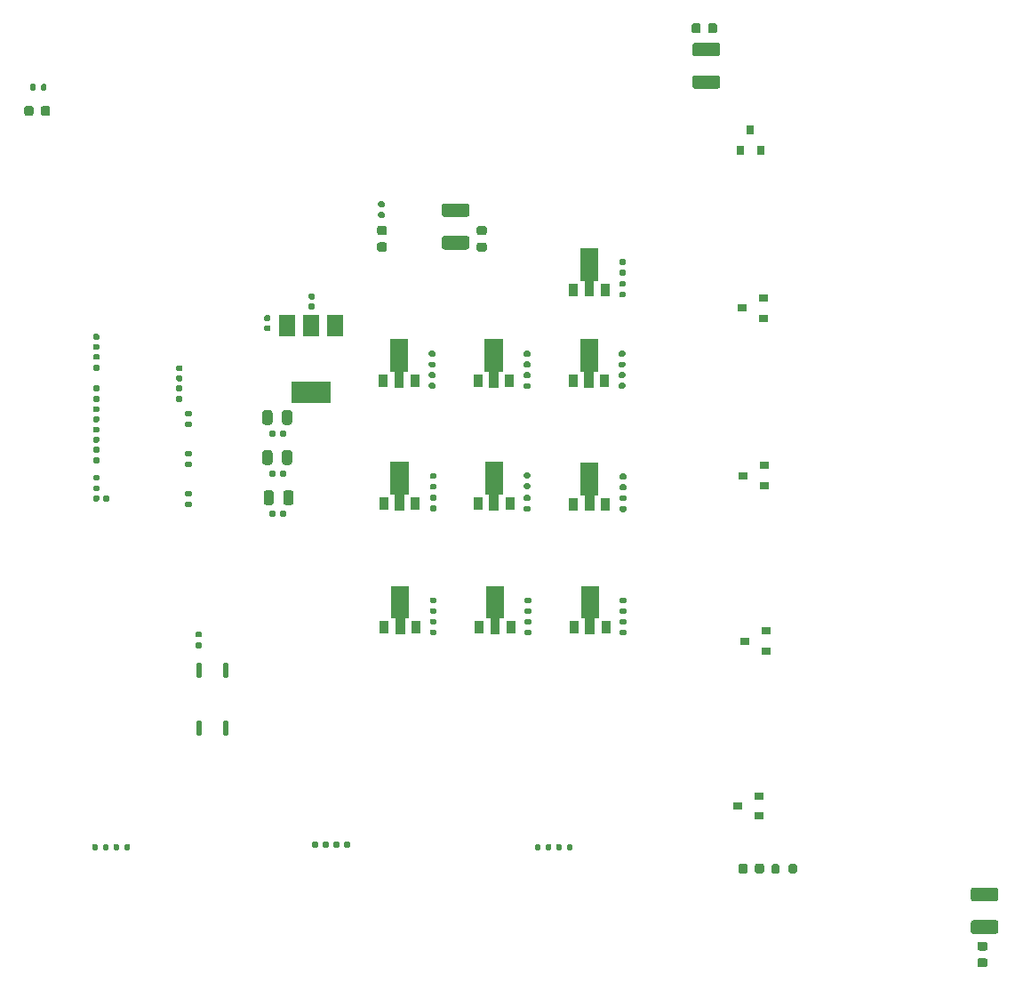
<source format=gbr>
%TF.GenerationSoftware,KiCad,Pcbnew,(5.1.10)-1*%
%TF.CreationDate,2021-08-20T00:09:58-04:00*%
%TF.ProjectId,Back_F407_expansion_board,4261636b-5f46-4343-9037-5f657870616e,rev?*%
%TF.SameCoordinates,Original*%
%TF.FileFunction,Paste,Top*%
%TF.FilePolarity,Positive*%
%FSLAX46Y46*%
G04 Gerber Fmt 4.6, Leading zero omitted, Abs format (unit mm)*
G04 Created by KiCad (PCBNEW (5.1.10)-1) date 2021-08-20 00:09:58*
%MOMM*%
%LPD*%
G01*
G04 APERTURE LIST*
%ADD10C,0.100000*%
%ADD11R,0.900000X1.300000*%
%ADD12R,1.500000X2.000000*%
%ADD13R,3.800000X2.000000*%
%ADD14R,0.900000X0.800000*%
%ADD15R,0.800000X0.900000*%
G04 APERTURE END LIST*
%TO.C,U15*%
G36*
G01*
X97017500Y-100710800D02*
X97292500Y-100710800D01*
G75*
G02*
X97430000Y-100848300I0J-137500D01*
G01*
X97430000Y-102023300D01*
G75*
G02*
X97292500Y-102160800I-137500J0D01*
G01*
X97017500Y-102160800D01*
G75*
G02*
X96880000Y-102023300I0J137500D01*
G01*
X96880000Y-100848300D01*
G75*
G02*
X97017500Y-100710800I137500J0D01*
G01*
G37*
G36*
G01*
X94477500Y-100710800D02*
X94752500Y-100710800D01*
G75*
G02*
X94890000Y-100848300I0J-137500D01*
G01*
X94890000Y-102023300D01*
G75*
G02*
X94752500Y-102160800I-137500J0D01*
G01*
X94477500Y-102160800D01*
G75*
G02*
X94340000Y-102023300I0J137500D01*
G01*
X94340000Y-100848300D01*
G75*
G02*
X94477500Y-100710800I137500J0D01*
G01*
G37*
G36*
G01*
X94477500Y-95210800D02*
X94752500Y-95210800D01*
G75*
G02*
X94890000Y-95348300I0J-137500D01*
G01*
X94890000Y-96523300D01*
G75*
G02*
X94752500Y-96660800I-137500J0D01*
G01*
X94477500Y-96660800D01*
G75*
G02*
X94340000Y-96523300I0J137500D01*
G01*
X94340000Y-95348300D01*
G75*
G02*
X94477500Y-95210800I137500J0D01*
G01*
G37*
G36*
G01*
X97017500Y-95210800D02*
X97292500Y-95210800D01*
G75*
G02*
X97430000Y-95348300I0J-137500D01*
G01*
X97430000Y-96523300D01*
G75*
G02*
X97292500Y-96660800I-137500J0D01*
G01*
X97017500Y-96660800D01*
G75*
G02*
X96880000Y-96523300I0J137500D01*
G01*
X96880000Y-95348300D01*
G75*
G02*
X97017500Y-95210800I137500J0D01*
G01*
G37*
%TD*%
%TO.C,R58*%
G36*
G01*
X141850800Y-39304200D02*
X144000800Y-39304200D01*
G75*
G02*
X144250800Y-39554200I0J-250000D01*
G01*
X144250800Y-40354200D01*
G75*
G02*
X144000800Y-40604200I-250000J0D01*
G01*
X141850800Y-40604200D01*
G75*
G02*
X141600800Y-40354200I0J250000D01*
G01*
X141600800Y-39554200D01*
G75*
G02*
X141850800Y-39304200I250000J0D01*
G01*
G37*
G36*
G01*
X141850800Y-36204200D02*
X144000800Y-36204200D01*
G75*
G02*
X144250800Y-36454200I0J-250000D01*
G01*
X144250800Y-37254200D01*
G75*
G02*
X144000800Y-37504200I-250000J0D01*
G01*
X141850800Y-37504200D01*
G75*
G02*
X141600800Y-37254200I0J250000D01*
G01*
X141600800Y-36454200D01*
G75*
G02*
X141850800Y-36204200I250000J0D01*
G01*
G37*
%TD*%
%TO.C,R56*%
G36*
G01*
X120124800Y-52795000D02*
X117974800Y-52795000D01*
G75*
G02*
X117724800Y-52545000I0J250000D01*
G01*
X117724800Y-51745000D01*
G75*
G02*
X117974800Y-51495000I250000J0D01*
G01*
X120124800Y-51495000D01*
G75*
G02*
X120374800Y-51745000I0J-250000D01*
G01*
X120374800Y-52545000D01*
G75*
G02*
X120124800Y-52795000I-250000J0D01*
G01*
G37*
G36*
G01*
X120124800Y-55895000D02*
X117974800Y-55895000D01*
G75*
G02*
X117724800Y-55645000I0J250000D01*
G01*
X117724800Y-54845000D01*
G75*
G02*
X117974800Y-54595000I250000J0D01*
G01*
X120124800Y-54595000D01*
G75*
G02*
X120374800Y-54845000I0J-250000D01*
G01*
X120374800Y-55645000D01*
G75*
G02*
X120124800Y-55895000I-250000J0D01*
G01*
G37*
%TD*%
%TO.C,R50*%
G36*
G01*
X150779800Y-115108400D02*
X150779800Y-114558400D01*
G75*
G02*
X150979800Y-114358400I200000J0D01*
G01*
X151379800Y-114358400D01*
G75*
G02*
X151579800Y-114558400I0J-200000D01*
G01*
X151579800Y-115108400D01*
G75*
G02*
X151379800Y-115308400I-200000J0D01*
G01*
X150979800Y-115308400D01*
G75*
G02*
X150779800Y-115108400I0J200000D01*
G01*
G37*
G36*
G01*
X149129800Y-115108400D02*
X149129800Y-114558400D01*
G75*
G02*
X149329800Y-114358400I200000J0D01*
G01*
X149729800Y-114358400D01*
G75*
G02*
X149929800Y-114558400I0J-200000D01*
G01*
X149929800Y-115108400D01*
G75*
G02*
X149729800Y-115308400I-200000J0D01*
G01*
X149329800Y-115308400D01*
G75*
G02*
X149129800Y-115108400I0J200000D01*
G01*
G37*
%TD*%
%TO.C,R48*%
G36*
G01*
X170518400Y-117921800D02*
X168368400Y-117921800D01*
G75*
G02*
X168118400Y-117671800I0J250000D01*
G01*
X168118400Y-116871800D01*
G75*
G02*
X168368400Y-116621800I250000J0D01*
G01*
X170518400Y-116621800D01*
G75*
G02*
X170768400Y-116871800I0J-250000D01*
G01*
X170768400Y-117671800D01*
G75*
G02*
X170518400Y-117921800I-250000J0D01*
G01*
G37*
G36*
G01*
X170518400Y-121021800D02*
X168368400Y-121021800D01*
G75*
G02*
X168118400Y-120771800I0J250000D01*
G01*
X168118400Y-119971800D01*
G75*
G02*
X168368400Y-119721800I250000J0D01*
G01*
X170518400Y-119721800D01*
G75*
G02*
X170768400Y-119971800I0J-250000D01*
G01*
X170768400Y-120771800D01*
G75*
G02*
X170518400Y-121021800I-250000J0D01*
G01*
G37*
%TD*%
%TO.C,D20*%
G36*
G01*
X142398100Y-34567150D02*
X142398100Y-35079650D01*
G75*
G02*
X142179350Y-35298400I-218750J0D01*
G01*
X141741850Y-35298400D01*
G75*
G02*
X141523100Y-35079650I0J218750D01*
G01*
X141523100Y-34567150D01*
G75*
G02*
X141741850Y-34348400I218750J0D01*
G01*
X142179350Y-34348400D01*
G75*
G02*
X142398100Y-34567150I0J-218750D01*
G01*
G37*
G36*
G01*
X143973100Y-34567150D02*
X143973100Y-35079650D01*
G75*
G02*
X143754350Y-35298400I-218750J0D01*
G01*
X143316850Y-35298400D01*
G75*
G02*
X143098100Y-35079650I0J218750D01*
G01*
X143098100Y-34567150D01*
G75*
G02*
X143316850Y-34348400I218750J0D01*
G01*
X143754350Y-34348400D01*
G75*
G02*
X143973100Y-34567150I0J-218750D01*
G01*
G37*
%TD*%
%TO.C,D18*%
G36*
G01*
X121282750Y-55216300D02*
X121795250Y-55216300D01*
G75*
G02*
X122014000Y-55435050I0J-218750D01*
G01*
X122014000Y-55872550D01*
G75*
G02*
X121795250Y-56091300I-218750J0D01*
G01*
X121282750Y-56091300D01*
G75*
G02*
X121064000Y-55872550I0J218750D01*
G01*
X121064000Y-55435050D01*
G75*
G02*
X121282750Y-55216300I218750J0D01*
G01*
G37*
G36*
G01*
X121282750Y-53641300D02*
X121795250Y-53641300D01*
G75*
G02*
X122014000Y-53860050I0J-218750D01*
G01*
X122014000Y-54297550D01*
G75*
G02*
X121795250Y-54516300I-218750J0D01*
G01*
X121282750Y-54516300D01*
G75*
G02*
X121064000Y-54297550I0J218750D01*
G01*
X121064000Y-53860050D01*
G75*
G02*
X121282750Y-53641300I218750J0D01*
G01*
G37*
%TD*%
%TO.C,D16*%
G36*
G01*
X111783150Y-55211700D02*
X112295650Y-55211700D01*
G75*
G02*
X112514400Y-55430450I0J-218750D01*
G01*
X112514400Y-55867950D01*
G75*
G02*
X112295650Y-56086700I-218750J0D01*
G01*
X111783150Y-56086700D01*
G75*
G02*
X111564400Y-55867950I0J218750D01*
G01*
X111564400Y-55430450D01*
G75*
G02*
X111783150Y-55211700I218750J0D01*
G01*
G37*
G36*
G01*
X111783150Y-53636700D02*
X112295650Y-53636700D01*
G75*
G02*
X112514400Y-53855450I0J-218750D01*
G01*
X112514400Y-54292950D01*
G75*
G02*
X112295650Y-54511700I-218750J0D01*
G01*
X111783150Y-54511700D01*
G75*
G02*
X111564400Y-54292950I0J218750D01*
G01*
X111564400Y-53855450D01*
G75*
G02*
X111783150Y-53636700I218750J0D01*
G01*
G37*
%TD*%
%TO.C,D14*%
G36*
G01*
X79544900Y-42953650D02*
X79544900Y-42441150D01*
G75*
G02*
X79763650Y-42222400I218750J0D01*
G01*
X80201150Y-42222400D01*
G75*
G02*
X80419900Y-42441150I0J-218750D01*
G01*
X80419900Y-42953650D01*
G75*
G02*
X80201150Y-43172400I-218750J0D01*
G01*
X79763650Y-43172400D01*
G75*
G02*
X79544900Y-42953650I0J218750D01*
G01*
G37*
G36*
G01*
X77969900Y-42953650D02*
X77969900Y-42441150D01*
G75*
G02*
X78188650Y-42222400I218750J0D01*
G01*
X78626150Y-42222400D01*
G75*
G02*
X78844900Y-42441150I0J-218750D01*
G01*
X78844900Y-42953650D01*
G75*
G02*
X78626150Y-43172400I-218750J0D01*
G01*
X78188650Y-43172400D01*
G75*
G02*
X77969900Y-42953650I0J218750D01*
G01*
G37*
%TD*%
%TO.C,D12*%
G36*
G01*
X146868300Y-114551750D02*
X146868300Y-115064250D01*
G75*
G02*
X146649550Y-115283000I-218750J0D01*
G01*
X146212050Y-115283000D01*
G75*
G02*
X145993300Y-115064250I0J218750D01*
G01*
X145993300Y-114551750D01*
G75*
G02*
X146212050Y-114333000I218750J0D01*
G01*
X146649550Y-114333000D01*
G75*
G02*
X146868300Y-114551750I0J-218750D01*
G01*
G37*
G36*
G01*
X148443300Y-114551750D02*
X148443300Y-115064250D01*
G75*
G02*
X148224550Y-115283000I-218750J0D01*
G01*
X147787050Y-115283000D01*
G75*
G02*
X147568300Y-115064250I0J218750D01*
G01*
X147568300Y-114551750D01*
G75*
G02*
X147787050Y-114333000I218750J0D01*
G01*
X148224550Y-114333000D01*
G75*
G02*
X148443300Y-114551750I0J-218750D01*
G01*
G37*
%TD*%
%TO.C,D10*%
G36*
G01*
X168983950Y-123336900D02*
X169496450Y-123336900D01*
G75*
G02*
X169715200Y-123555650I0J-218750D01*
G01*
X169715200Y-123993150D01*
G75*
G02*
X169496450Y-124211900I-218750J0D01*
G01*
X168983950Y-124211900D01*
G75*
G02*
X168765200Y-123993150I0J218750D01*
G01*
X168765200Y-123555650D01*
G75*
G02*
X168983950Y-123336900I218750J0D01*
G01*
G37*
G36*
G01*
X168983950Y-121761900D02*
X169496450Y-121761900D01*
G75*
G02*
X169715200Y-121980650I0J-218750D01*
G01*
X169715200Y-122418150D01*
G75*
G02*
X169496450Y-122636900I-218750J0D01*
G01*
X168983950Y-122636900D01*
G75*
G02*
X168765200Y-122418150I0J218750D01*
G01*
X168765200Y-121980650D01*
G75*
G02*
X168983950Y-121761900I218750J0D01*
G01*
G37*
%TD*%
%TO.C,C12*%
G36*
G01*
X105503800Y-60633000D02*
X105163800Y-60633000D01*
G75*
G02*
X105023800Y-60493000I0J140000D01*
G01*
X105023800Y-60213000D01*
G75*
G02*
X105163800Y-60073000I140000J0D01*
G01*
X105503800Y-60073000D01*
G75*
G02*
X105643800Y-60213000I0J-140000D01*
G01*
X105643800Y-60493000D01*
G75*
G02*
X105503800Y-60633000I-140000J0D01*
G01*
G37*
G36*
G01*
X105503800Y-61593000D02*
X105163800Y-61593000D01*
G75*
G02*
X105023800Y-61453000I0J140000D01*
G01*
X105023800Y-61173000D01*
G75*
G02*
X105163800Y-61033000I140000J0D01*
G01*
X105503800Y-61033000D01*
G75*
G02*
X105643800Y-61173000I0J-140000D01*
G01*
X105643800Y-61453000D01*
G75*
G02*
X105503800Y-61593000I-140000J0D01*
G01*
G37*
%TD*%
%TO.C,C11*%
G36*
G01*
X100947400Y-63093000D02*
X101287400Y-63093000D01*
G75*
G02*
X101427400Y-63233000I0J-140000D01*
G01*
X101427400Y-63513000D01*
G75*
G02*
X101287400Y-63653000I-140000J0D01*
G01*
X100947400Y-63653000D01*
G75*
G02*
X100807400Y-63513000I0J140000D01*
G01*
X100807400Y-63233000D01*
G75*
G02*
X100947400Y-63093000I140000J0D01*
G01*
G37*
G36*
G01*
X100947400Y-62133000D02*
X101287400Y-62133000D01*
G75*
G02*
X101427400Y-62273000I0J-140000D01*
G01*
X101427400Y-62553000D01*
G75*
G02*
X101287400Y-62693000I-140000J0D01*
G01*
X100947400Y-62693000D01*
G75*
G02*
X100807400Y-62553000I0J140000D01*
G01*
X100807400Y-62273000D01*
G75*
G02*
X100947400Y-62133000I140000J0D01*
G01*
G37*
%TD*%
%TO.C,C10*%
G36*
G01*
X92565400Y-67868200D02*
X92905400Y-67868200D01*
G75*
G02*
X93045400Y-68008200I0J-140000D01*
G01*
X93045400Y-68288200D01*
G75*
G02*
X92905400Y-68428200I-140000J0D01*
G01*
X92565400Y-68428200D01*
G75*
G02*
X92425400Y-68288200I0J140000D01*
G01*
X92425400Y-68008200D01*
G75*
G02*
X92565400Y-67868200I140000J0D01*
G01*
G37*
G36*
G01*
X92565400Y-66908200D02*
X92905400Y-66908200D01*
G75*
G02*
X93045400Y-67048200I0J-140000D01*
G01*
X93045400Y-67328200D01*
G75*
G02*
X92905400Y-67468200I-140000J0D01*
G01*
X92565400Y-67468200D01*
G75*
G02*
X92425400Y-67328200I0J140000D01*
G01*
X92425400Y-67048200D01*
G75*
G02*
X92565400Y-66908200I140000J0D01*
G01*
G37*
%TD*%
%TO.C,C9*%
G36*
G01*
X84640600Y-64871000D02*
X84980600Y-64871000D01*
G75*
G02*
X85120600Y-65011000I0J-140000D01*
G01*
X85120600Y-65291000D01*
G75*
G02*
X84980600Y-65431000I-140000J0D01*
G01*
X84640600Y-65431000D01*
G75*
G02*
X84500600Y-65291000I0J140000D01*
G01*
X84500600Y-65011000D01*
G75*
G02*
X84640600Y-64871000I140000J0D01*
G01*
G37*
G36*
G01*
X84640600Y-63911000D02*
X84980600Y-63911000D01*
G75*
G02*
X85120600Y-64051000I0J-140000D01*
G01*
X85120600Y-64331000D01*
G75*
G02*
X84980600Y-64471000I-140000J0D01*
G01*
X84640600Y-64471000D01*
G75*
G02*
X84500600Y-64331000I0J140000D01*
G01*
X84500600Y-64051000D01*
G75*
G02*
X84640600Y-63911000I140000J0D01*
G01*
G37*
%TD*%
%TO.C,C8*%
G36*
G01*
X85090600Y-79408200D02*
X85090600Y-79748200D01*
G75*
G02*
X84950600Y-79888200I-140000J0D01*
G01*
X84670600Y-79888200D01*
G75*
G02*
X84530600Y-79748200I0J140000D01*
G01*
X84530600Y-79408200D01*
G75*
G02*
X84670600Y-79268200I140000J0D01*
G01*
X84950600Y-79268200D01*
G75*
G02*
X85090600Y-79408200I0J-140000D01*
G01*
G37*
G36*
G01*
X86050600Y-79408200D02*
X86050600Y-79748200D01*
G75*
G02*
X85910600Y-79888200I-140000J0D01*
G01*
X85630600Y-79888200D01*
G75*
G02*
X85490600Y-79748200I0J140000D01*
G01*
X85490600Y-79408200D01*
G75*
G02*
X85630600Y-79268200I140000J0D01*
G01*
X85910600Y-79268200D01*
G75*
G02*
X86050600Y-79408200I0J-140000D01*
G01*
G37*
%TD*%
%TO.C,C7*%
G36*
G01*
X84640600Y-73705000D02*
X84980600Y-73705000D01*
G75*
G02*
X85120600Y-73845000I0J-140000D01*
G01*
X85120600Y-74125000D01*
G75*
G02*
X84980600Y-74265000I-140000J0D01*
G01*
X84640600Y-74265000D01*
G75*
G02*
X84500600Y-74125000I0J140000D01*
G01*
X84500600Y-73845000D01*
G75*
G02*
X84640600Y-73705000I140000J0D01*
G01*
G37*
G36*
G01*
X84640600Y-72745000D02*
X84980600Y-72745000D01*
G75*
G02*
X85120600Y-72885000I0J-140000D01*
G01*
X85120600Y-73165000D01*
G75*
G02*
X84980600Y-73305000I-140000J0D01*
G01*
X84640600Y-73305000D01*
G75*
G02*
X84500600Y-73165000I0J140000D01*
G01*
X84500600Y-72885000D01*
G75*
G02*
X84640600Y-72745000I140000J0D01*
G01*
G37*
%TD*%
%TO.C,C6*%
G36*
G01*
X84980600Y-71374600D02*
X84640600Y-71374600D01*
G75*
G02*
X84500600Y-71234600I0J140000D01*
G01*
X84500600Y-70954600D01*
G75*
G02*
X84640600Y-70814600I140000J0D01*
G01*
X84980600Y-70814600D01*
G75*
G02*
X85120600Y-70954600I0J-140000D01*
G01*
X85120600Y-71234600D01*
G75*
G02*
X84980600Y-71374600I-140000J0D01*
G01*
G37*
G36*
G01*
X84980600Y-72334600D02*
X84640600Y-72334600D01*
G75*
G02*
X84500600Y-72194600I0J140000D01*
G01*
X84500600Y-71914600D01*
G75*
G02*
X84640600Y-71774600I140000J0D01*
G01*
X84980600Y-71774600D01*
G75*
G02*
X85120600Y-71914600I0J-140000D01*
G01*
X85120600Y-72194600D01*
G75*
G02*
X84980600Y-72334600I-140000J0D01*
G01*
G37*
%TD*%
%TO.C,R23*%
G36*
G01*
X94749200Y-92802200D02*
X94379200Y-92802200D01*
G75*
G02*
X94244200Y-92667200I0J135000D01*
G01*
X94244200Y-92397200D01*
G75*
G02*
X94379200Y-92262200I135000J0D01*
G01*
X94749200Y-92262200D01*
G75*
G02*
X94884200Y-92397200I0J-135000D01*
G01*
X94884200Y-92667200D01*
G75*
G02*
X94749200Y-92802200I-135000J0D01*
G01*
G37*
G36*
G01*
X94749200Y-93822200D02*
X94379200Y-93822200D01*
G75*
G02*
X94244200Y-93687200I0J135000D01*
G01*
X94244200Y-93417200D01*
G75*
G02*
X94379200Y-93282200I135000J0D01*
G01*
X94749200Y-93282200D01*
G75*
G02*
X94884200Y-93417200I0J-135000D01*
G01*
X94884200Y-93687200D01*
G75*
G02*
X94749200Y-93822200I-135000J0D01*
G01*
G37*
%TD*%
D10*
%TO.C,U14*%
G36*
X114633100Y-87895400D02*
G01*
X114633100Y-91020400D01*
X114216600Y-91020400D01*
X114216600Y-92495400D01*
X113316600Y-92495400D01*
X113316600Y-91020400D01*
X112900100Y-91020400D01*
X112900100Y-87895400D01*
X114633100Y-87895400D01*
G37*
D11*
X115266600Y-91845400D03*
X112266600Y-91845400D03*
%TD*%
D10*
%TO.C,U13*%
G36*
X123675500Y-87895400D02*
G01*
X123675500Y-91020400D01*
X123259000Y-91020400D01*
X123259000Y-92495400D01*
X122359000Y-92495400D01*
X122359000Y-91020400D01*
X121942500Y-91020400D01*
X121942500Y-87895400D01*
X123675500Y-87895400D01*
G37*
D11*
X124309000Y-91845400D03*
X121309000Y-91845400D03*
%TD*%
D10*
%TO.C,U12*%
G36*
X132717900Y-87895400D02*
G01*
X132717900Y-91020400D01*
X132301400Y-91020400D01*
X132301400Y-92495400D01*
X131401400Y-92495400D01*
X131401400Y-91020400D01*
X130984900Y-91020400D01*
X130984900Y-87895400D01*
X132717900Y-87895400D01*
G37*
D11*
X133351400Y-91845400D03*
X130351400Y-91845400D03*
%TD*%
D10*
%TO.C,U11*%
G36*
X114582300Y-76109800D02*
G01*
X114582300Y-79234800D01*
X114165800Y-79234800D01*
X114165800Y-80709800D01*
X113265800Y-80709800D01*
X113265800Y-79234800D01*
X112849300Y-79234800D01*
X112849300Y-76109800D01*
X114582300Y-76109800D01*
G37*
D11*
X115215800Y-80059800D03*
X112215800Y-80059800D03*
%TD*%
D10*
%TO.C,U10*%
G36*
X132667100Y-76160600D02*
G01*
X132667100Y-79285600D01*
X132250600Y-79285600D01*
X132250600Y-80760600D01*
X131350600Y-80760600D01*
X131350600Y-79285600D01*
X130934100Y-79285600D01*
X130934100Y-76160600D01*
X132667100Y-76160600D01*
G37*
D11*
X133300600Y-80110600D03*
X130300600Y-80110600D03*
%TD*%
D10*
%TO.C,U9*%
G36*
X114531500Y-64425800D02*
G01*
X114531500Y-67550800D01*
X114115000Y-67550800D01*
X114115000Y-69025800D01*
X113215000Y-69025800D01*
X113215000Y-67550800D01*
X112798500Y-67550800D01*
X112798500Y-64425800D01*
X114531500Y-64425800D01*
G37*
D11*
X115165000Y-68375800D03*
X112165000Y-68375800D03*
%TD*%
D10*
%TO.C,U8*%
G36*
X123573900Y-76109800D02*
G01*
X123573900Y-79234800D01*
X123157400Y-79234800D01*
X123157400Y-80709800D01*
X122257400Y-80709800D01*
X122257400Y-79234800D01*
X121840900Y-79234800D01*
X121840900Y-76109800D01*
X123573900Y-76109800D01*
G37*
D11*
X124207400Y-80059800D03*
X121207400Y-80059800D03*
%TD*%
D10*
%TO.C,U7*%
G36*
X132628600Y-64438100D02*
G01*
X132628600Y-67563100D01*
X132212100Y-67563100D01*
X132212100Y-69038100D01*
X131312100Y-69038100D01*
X131312100Y-67563100D01*
X130895600Y-67563100D01*
X130895600Y-64438100D01*
X132628600Y-64438100D01*
G37*
D11*
X133262100Y-68388100D03*
X130262100Y-68388100D03*
%TD*%
D10*
%TO.C,U6*%
G36*
X132643100Y-55765400D02*
G01*
X132643100Y-58890400D01*
X132226600Y-58890400D01*
X132226600Y-60365400D01*
X131326600Y-60365400D01*
X131326600Y-58890400D01*
X130910100Y-58890400D01*
X130910100Y-55765400D01*
X132643100Y-55765400D01*
G37*
D11*
X133276600Y-59715400D03*
X130276600Y-59715400D03*
%TD*%
D12*
%TO.C,U5*%
X107583000Y-63169400D03*
X102983000Y-63169400D03*
X105283000Y-63169400D03*
D13*
X105283000Y-69469400D03*
%TD*%
D10*
%TO.C,U4*%
G36*
X123548500Y-64438500D02*
G01*
X123548500Y-67563500D01*
X123132000Y-67563500D01*
X123132000Y-69038500D01*
X122232000Y-69038500D01*
X122232000Y-67563500D01*
X121815500Y-67563500D01*
X121815500Y-64438500D01*
X123548500Y-64438500D01*
G37*
D11*
X124182000Y-68388500D03*
X121182000Y-68388500D03*
%TD*%
%TO.C,R54*%
G36*
G01*
X112173600Y-51853400D02*
X111803600Y-51853400D01*
G75*
G02*
X111668600Y-51718400I0J135000D01*
G01*
X111668600Y-51448400D01*
G75*
G02*
X111803600Y-51313400I135000J0D01*
G01*
X112173600Y-51313400D01*
G75*
G02*
X112308600Y-51448400I0J-135000D01*
G01*
X112308600Y-51718400D01*
G75*
G02*
X112173600Y-51853400I-135000J0D01*
G01*
G37*
G36*
G01*
X112173600Y-52873400D02*
X111803600Y-52873400D01*
G75*
G02*
X111668600Y-52738400I0J135000D01*
G01*
X111668600Y-52468400D01*
G75*
G02*
X111803600Y-52333400I135000J0D01*
G01*
X112173600Y-52333400D01*
G75*
G02*
X112308600Y-52468400I0J-135000D01*
G01*
X112308600Y-52738400D01*
G75*
G02*
X112173600Y-52873400I-135000J0D01*
G01*
G37*
%TD*%
%TO.C,R52*%
G36*
G01*
X79551500Y-40634500D02*
X79551500Y-40264500D01*
G75*
G02*
X79686500Y-40129500I135000J0D01*
G01*
X79956500Y-40129500D01*
G75*
G02*
X80091500Y-40264500I0J-135000D01*
G01*
X80091500Y-40634500D01*
G75*
G02*
X79956500Y-40769500I-135000J0D01*
G01*
X79686500Y-40769500D01*
G75*
G02*
X79551500Y-40634500I0J135000D01*
G01*
G37*
G36*
G01*
X78531500Y-40634500D02*
X78531500Y-40264500D01*
G75*
G02*
X78666500Y-40129500I135000J0D01*
G01*
X78936500Y-40129500D01*
G75*
G02*
X79071500Y-40264500I0J-135000D01*
G01*
X79071500Y-40634500D01*
G75*
G02*
X78936500Y-40769500I-135000J0D01*
G01*
X78666500Y-40769500D01*
G75*
G02*
X78531500Y-40634500I0J135000D01*
G01*
G37*
%TD*%
D14*
%TO.C,Q7*%
X146336000Y-61468000D03*
X148336000Y-60518000D03*
X148336000Y-62418000D03*
%TD*%
%TO.C,R21*%
G36*
G01*
X84651000Y-78347000D02*
X85021000Y-78347000D01*
G75*
G02*
X85156000Y-78482000I0J-135000D01*
G01*
X85156000Y-78752000D01*
G75*
G02*
X85021000Y-78887000I-135000J0D01*
G01*
X84651000Y-78887000D01*
G75*
G02*
X84516000Y-78752000I0J135000D01*
G01*
X84516000Y-78482000D01*
G75*
G02*
X84651000Y-78347000I135000J0D01*
G01*
G37*
G36*
G01*
X84651000Y-77327000D02*
X85021000Y-77327000D01*
G75*
G02*
X85156000Y-77462000I0J-135000D01*
G01*
X85156000Y-77732000D01*
G75*
G02*
X85021000Y-77867000I-135000J0D01*
G01*
X84651000Y-77867000D01*
G75*
G02*
X84516000Y-77732000I0J135000D01*
G01*
X84516000Y-77462000D01*
G75*
G02*
X84651000Y-77327000I135000J0D01*
G01*
G37*
%TD*%
%TO.C,R18*%
G36*
G01*
X92895000Y-69358000D02*
X92525000Y-69358000D01*
G75*
G02*
X92390000Y-69223000I0J135000D01*
G01*
X92390000Y-68953000D01*
G75*
G02*
X92525000Y-68818000I135000J0D01*
G01*
X92895000Y-68818000D01*
G75*
G02*
X93030000Y-68953000I0J-135000D01*
G01*
X93030000Y-69223000D01*
G75*
G02*
X92895000Y-69358000I-135000J0D01*
G01*
G37*
G36*
G01*
X92895000Y-70378000D02*
X92525000Y-70378000D01*
G75*
G02*
X92390000Y-70243000I0J135000D01*
G01*
X92390000Y-69973000D01*
G75*
G02*
X92525000Y-69838000I135000J0D01*
G01*
X92895000Y-69838000D01*
G75*
G02*
X93030000Y-69973000I0J-135000D01*
G01*
X93030000Y-70243000D01*
G75*
G02*
X92895000Y-70378000I-135000J0D01*
G01*
G37*
%TD*%
%TO.C,R16*%
G36*
G01*
X85021000Y-66386200D02*
X84651000Y-66386200D01*
G75*
G02*
X84516000Y-66251200I0J135000D01*
G01*
X84516000Y-65981200D01*
G75*
G02*
X84651000Y-65846200I135000J0D01*
G01*
X85021000Y-65846200D01*
G75*
G02*
X85156000Y-65981200I0J-135000D01*
G01*
X85156000Y-66251200D01*
G75*
G02*
X85021000Y-66386200I-135000J0D01*
G01*
G37*
G36*
G01*
X85021000Y-67406200D02*
X84651000Y-67406200D01*
G75*
G02*
X84516000Y-67271200I0J135000D01*
G01*
X84516000Y-67001200D01*
G75*
G02*
X84651000Y-66866200I135000J0D01*
G01*
X85021000Y-66866200D01*
G75*
G02*
X85156000Y-67001200I0J-135000D01*
G01*
X85156000Y-67271200D01*
G75*
G02*
X85021000Y-67406200I-135000J0D01*
G01*
G37*
%TD*%
%TO.C,R15*%
G36*
G01*
X127143000Y-112591000D02*
X127143000Y-112961000D01*
G75*
G02*
X127008000Y-113096000I-135000J0D01*
G01*
X126738000Y-113096000D01*
G75*
G02*
X126603000Y-112961000I0J135000D01*
G01*
X126603000Y-112591000D01*
G75*
G02*
X126738000Y-112456000I135000J0D01*
G01*
X127008000Y-112456000D01*
G75*
G02*
X127143000Y-112591000I0J-135000D01*
G01*
G37*
G36*
G01*
X128163000Y-112591000D02*
X128163000Y-112961000D01*
G75*
G02*
X128028000Y-113096000I-135000J0D01*
G01*
X127758000Y-113096000D01*
G75*
G02*
X127623000Y-112961000I0J135000D01*
G01*
X127623000Y-112591000D01*
G75*
G02*
X127758000Y-112456000I135000J0D01*
G01*
X128028000Y-112456000D01*
G75*
G02*
X128163000Y-112591000I0J-135000D01*
G01*
G37*
%TD*%
%TO.C,R14*%
G36*
G01*
X129171000Y-112591000D02*
X129171000Y-112961000D01*
G75*
G02*
X129036000Y-113096000I-135000J0D01*
G01*
X128766000Y-113096000D01*
G75*
G02*
X128631000Y-112961000I0J135000D01*
G01*
X128631000Y-112591000D01*
G75*
G02*
X128766000Y-112456000I135000J0D01*
G01*
X129036000Y-112456000D01*
G75*
G02*
X129171000Y-112591000I0J-135000D01*
G01*
G37*
G36*
G01*
X130191000Y-112591000D02*
X130191000Y-112961000D01*
G75*
G02*
X130056000Y-113096000I-135000J0D01*
G01*
X129786000Y-113096000D01*
G75*
G02*
X129651000Y-112961000I0J135000D01*
G01*
X129651000Y-112591000D01*
G75*
G02*
X129786000Y-112456000I135000J0D01*
G01*
X130056000Y-112456000D01*
G75*
G02*
X130191000Y-112591000I0J-135000D01*
G01*
G37*
%TD*%
%TO.C,R13*%
G36*
G01*
X105930000Y-112337000D02*
X105930000Y-112707000D01*
G75*
G02*
X105795000Y-112842000I-135000J0D01*
G01*
X105525000Y-112842000D01*
G75*
G02*
X105390000Y-112707000I0J135000D01*
G01*
X105390000Y-112337000D01*
G75*
G02*
X105525000Y-112202000I135000J0D01*
G01*
X105795000Y-112202000D01*
G75*
G02*
X105930000Y-112337000I0J-135000D01*
G01*
G37*
G36*
G01*
X106950000Y-112337000D02*
X106950000Y-112707000D01*
G75*
G02*
X106815000Y-112842000I-135000J0D01*
G01*
X106545000Y-112842000D01*
G75*
G02*
X106410000Y-112707000I0J135000D01*
G01*
X106410000Y-112337000D01*
G75*
G02*
X106545000Y-112202000I135000J0D01*
G01*
X106815000Y-112202000D01*
G75*
G02*
X106950000Y-112337000I0J-135000D01*
G01*
G37*
%TD*%
%TO.C,R12*%
G36*
G01*
X107962000Y-112337000D02*
X107962000Y-112707000D01*
G75*
G02*
X107827000Y-112842000I-135000J0D01*
G01*
X107557000Y-112842000D01*
G75*
G02*
X107422000Y-112707000I0J135000D01*
G01*
X107422000Y-112337000D01*
G75*
G02*
X107557000Y-112202000I135000J0D01*
G01*
X107827000Y-112202000D01*
G75*
G02*
X107962000Y-112337000I0J-135000D01*
G01*
G37*
G36*
G01*
X108982000Y-112337000D02*
X108982000Y-112707000D01*
G75*
G02*
X108847000Y-112842000I-135000J0D01*
G01*
X108577000Y-112842000D01*
G75*
G02*
X108442000Y-112707000I0J135000D01*
G01*
X108442000Y-112337000D01*
G75*
G02*
X108577000Y-112202000I135000J0D01*
G01*
X108847000Y-112202000D01*
G75*
G02*
X108982000Y-112337000I0J-135000D01*
G01*
G37*
%TD*%
%TO.C,R11*%
G36*
G01*
X93414000Y-79871000D02*
X93784000Y-79871000D01*
G75*
G02*
X93919000Y-80006000I0J-135000D01*
G01*
X93919000Y-80276000D01*
G75*
G02*
X93784000Y-80411000I-135000J0D01*
G01*
X93414000Y-80411000D01*
G75*
G02*
X93279000Y-80276000I0J135000D01*
G01*
X93279000Y-80006000D01*
G75*
G02*
X93414000Y-79871000I135000J0D01*
G01*
G37*
G36*
G01*
X93414000Y-78851000D02*
X93784000Y-78851000D01*
G75*
G02*
X93919000Y-78986000I0J-135000D01*
G01*
X93919000Y-79256000D01*
G75*
G02*
X93784000Y-79391000I-135000J0D01*
G01*
X93414000Y-79391000D01*
G75*
G02*
X93279000Y-79256000I0J135000D01*
G01*
X93279000Y-78986000D01*
G75*
G02*
X93414000Y-78851000I135000J0D01*
G01*
G37*
%TD*%
%TO.C,R10*%
G36*
G01*
X102346000Y-81211000D02*
X102346000Y-80841000D01*
G75*
G02*
X102481000Y-80706000I135000J0D01*
G01*
X102751000Y-80706000D01*
G75*
G02*
X102886000Y-80841000I0J-135000D01*
G01*
X102886000Y-81211000D01*
G75*
G02*
X102751000Y-81346000I-135000J0D01*
G01*
X102481000Y-81346000D01*
G75*
G02*
X102346000Y-81211000I0J135000D01*
G01*
G37*
G36*
G01*
X101326000Y-81211000D02*
X101326000Y-80841000D01*
G75*
G02*
X101461000Y-80706000I135000J0D01*
G01*
X101731000Y-80706000D01*
G75*
G02*
X101866000Y-80841000I0J-135000D01*
G01*
X101866000Y-81211000D01*
G75*
G02*
X101731000Y-81346000I-135000J0D01*
G01*
X101461000Y-81346000D01*
G75*
G02*
X101326000Y-81211000I0J135000D01*
G01*
G37*
%TD*%
%TO.C,R9*%
G36*
G01*
X93414000Y-76061000D02*
X93784000Y-76061000D01*
G75*
G02*
X93919000Y-76196000I0J-135000D01*
G01*
X93919000Y-76466000D01*
G75*
G02*
X93784000Y-76601000I-135000J0D01*
G01*
X93414000Y-76601000D01*
G75*
G02*
X93279000Y-76466000I0J135000D01*
G01*
X93279000Y-76196000D01*
G75*
G02*
X93414000Y-76061000I135000J0D01*
G01*
G37*
G36*
G01*
X93414000Y-75041000D02*
X93784000Y-75041000D01*
G75*
G02*
X93919000Y-75176000I0J-135000D01*
G01*
X93919000Y-75446000D01*
G75*
G02*
X93784000Y-75581000I-135000J0D01*
G01*
X93414000Y-75581000D01*
G75*
G02*
X93279000Y-75446000I0J135000D01*
G01*
X93279000Y-75176000D01*
G75*
G02*
X93414000Y-75041000I135000J0D01*
G01*
G37*
%TD*%
%TO.C,R8*%
G36*
G01*
X102350000Y-77401000D02*
X102350000Y-77031000D01*
G75*
G02*
X102485000Y-76896000I135000J0D01*
G01*
X102755000Y-76896000D01*
G75*
G02*
X102890000Y-77031000I0J-135000D01*
G01*
X102890000Y-77401000D01*
G75*
G02*
X102755000Y-77536000I-135000J0D01*
G01*
X102485000Y-77536000D01*
G75*
G02*
X102350000Y-77401000I0J135000D01*
G01*
G37*
G36*
G01*
X101330000Y-77401000D02*
X101330000Y-77031000D01*
G75*
G02*
X101465000Y-76896000I135000J0D01*
G01*
X101735000Y-76896000D01*
G75*
G02*
X101870000Y-77031000I0J-135000D01*
G01*
X101870000Y-77401000D01*
G75*
G02*
X101735000Y-77536000I-135000J0D01*
G01*
X101465000Y-77536000D01*
G75*
G02*
X101330000Y-77401000I0J135000D01*
G01*
G37*
%TD*%
%TO.C,R7*%
G36*
G01*
X93414000Y-72251000D02*
X93784000Y-72251000D01*
G75*
G02*
X93919000Y-72386000I0J-135000D01*
G01*
X93919000Y-72656000D01*
G75*
G02*
X93784000Y-72791000I-135000J0D01*
G01*
X93414000Y-72791000D01*
G75*
G02*
X93279000Y-72656000I0J135000D01*
G01*
X93279000Y-72386000D01*
G75*
G02*
X93414000Y-72251000I135000J0D01*
G01*
G37*
G36*
G01*
X93414000Y-71231000D02*
X93784000Y-71231000D01*
G75*
G02*
X93919000Y-71366000I0J-135000D01*
G01*
X93919000Y-71636000D01*
G75*
G02*
X93784000Y-71771000I-135000J0D01*
G01*
X93414000Y-71771000D01*
G75*
G02*
X93279000Y-71636000I0J135000D01*
G01*
X93279000Y-71366000D01*
G75*
G02*
X93414000Y-71231000I135000J0D01*
G01*
G37*
%TD*%
%TO.C,R6*%
G36*
G01*
X102346000Y-73591000D02*
X102346000Y-73221000D01*
G75*
G02*
X102481000Y-73086000I135000J0D01*
G01*
X102751000Y-73086000D01*
G75*
G02*
X102886000Y-73221000I0J-135000D01*
G01*
X102886000Y-73591000D01*
G75*
G02*
X102751000Y-73726000I-135000J0D01*
G01*
X102481000Y-73726000D01*
G75*
G02*
X102346000Y-73591000I0J135000D01*
G01*
G37*
G36*
G01*
X101326000Y-73591000D02*
X101326000Y-73221000D01*
G75*
G02*
X101461000Y-73086000I135000J0D01*
G01*
X101731000Y-73086000D01*
G75*
G02*
X101866000Y-73221000I0J-135000D01*
G01*
X101866000Y-73591000D01*
G75*
G02*
X101731000Y-73726000I-135000J0D01*
G01*
X101461000Y-73726000D01*
G75*
G02*
X101326000Y-73591000I0J135000D01*
G01*
G37*
%TD*%
%TO.C,R5*%
G36*
G01*
X85021000Y-75196000D02*
X84651000Y-75196000D01*
G75*
G02*
X84516000Y-75061000I0J135000D01*
G01*
X84516000Y-74791000D01*
G75*
G02*
X84651000Y-74656000I135000J0D01*
G01*
X85021000Y-74656000D01*
G75*
G02*
X85156000Y-74791000I0J-135000D01*
G01*
X85156000Y-75061000D01*
G75*
G02*
X85021000Y-75196000I-135000J0D01*
G01*
G37*
G36*
G01*
X85021000Y-76216000D02*
X84651000Y-76216000D01*
G75*
G02*
X84516000Y-76081000I0J135000D01*
G01*
X84516000Y-75811000D01*
G75*
G02*
X84651000Y-75676000I135000J0D01*
G01*
X85021000Y-75676000D01*
G75*
G02*
X85156000Y-75811000I0J-135000D01*
G01*
X85156000Y-76081000D01*
G75*
G02*
X85021000Y-76216000I-135000J0D01*
G01*
G37*
%TD*%
%TO.C,R4*%
G36*
G01*
X84975000Y-112591000D02*
X84975000Y-112961000D01*
G75*
G02*
X84840000Y-113096000I-135000J0D01*
G01*
X84570000Y-113096000D01*
G75*
G02*
X84435000Y-112961000I0J135000D01*
G01*
X84435000Y-112591000D01*
G75*
G02*
X84570000Y-112456000I135000J0D01*
G01*
X84840000Y-112456000D01*
G75*
G02*
X84975000Y-112591000I0J-135000D01*
G01*
G37*
G36*
G01*
X85995000Y-112591000D02*
X85995000Y-112961000D01*
G75*
G02*
X85860000Y-113096000I-135000J0D01*
G01*
X85590000Y-113096000D01*
G75*
G02*
X85455000Y-112961000I0J135000D01*
G01*
X85455000Y-112591000D01*
G75*
G02*
X85590000Y-112456000I135000J0D01*
G01*
X85860000Y-112456000D01*
G75*
G02*
X85995000Y-112591000I0J-135000D01*
G01*
G37*
%TD*%
%TO.C,R3*%
G36*
G01*
X87009000Y-112591000D02*
X87009000Y-112961000D01*
G75*
G02*
X86874000Y-113096000I-135000J0D01*
G01*
X86604000Y-113096000D01*
G75*
G02*
X86469000Y-112961000I0J135000D01*
G01*
X86469000Y-112591000D01*
G75*
G02*
X86604000Y-112456000I135000J0D01*
G01*
X86874000Y-112456000D01*
G75*
G02*
X87009000Y-112591000I0J-135000D01*
G01*
G37*
G36*
G01*
X88029000Y-112591000D02*
X88029000Y-112961000D01*
G75*
G02*
X87894000Y-113096000I-135000J0D01*
G01*
X87624000Y-113096000D01*
G75*
G02*
X87489000Y-112961000I0J135000D01*
G01*
X87489000Y-112591000D01*
G75*
G02*
X87624000Y-112456000I135000J0D01*
G01*
X87894000Y-112456000D01*
G75*
G02*
X88029000Y-112591000I0J-135000D01*
G01*
G37*
%TD*%
%TO.C,R1*%
G36*
G01*
X84651000Y-69834000D02*
X85021000Y-69834000D01*
G75*
G02*
X85156000Y-69969000I0J-135000D01*
G01*
X85156000Y-70239000D01*
G75*
G02*
X85021000Y-70374000I-135000J0D01*
G01*
X84651000Y-70374000D01*
G75*
G02*
X84516000Y-70239000I0J135000D01*
G01*
X84516000Y-69969000D01*
G75*
G02*
X84651000Y-69834000I135000J0D01*
G01*
G37*
G36*
G01*
X84651000Y-68814000D02*
X85021000Y-68814000D01*
G75*
G02*
X85156000Y-68949000I0J-135000D01*
G01*
X85156000Y-69219000D01*
G75*
G02*
X85021000Y-69354000I-135000J0D01*
G01*
X84651000Y-69354000D01*
G75*
G02*
X84516000Y-69219000I0J135000D01*
G01*
X84516000Y-68949000D01*
G75*
G02*
X84651000Y-68814000I135000J0D01*
G01*
G37*
%TD*%
%TO.C,R46*%
G36*
G01*
X116731200Y-92059000D02*
X117101200Y-92059000D01*
G75*
G02*
X117236200Y-92194000I0J-135000D01*
G01*
X117236200Y-92464000D01*
G75*
G02*
X117101200Y-92599000I-135000J0D01*
G01*
X116731200Y-92599000D01*
G75*
G02*
X116596200Y-92464000I0J135000D01*
G01*
X116596200Y-92194000D01*
G75*
G02*
X116731200Y-92059000I135000J0D01*
G01*
G37*
G36*
G01*
X116731200Y-91039000D02*
X117101200Y-91039000D01*
G75*
G02*
X117236200Y-91174000I0J-135000D01*
G01*
X117236200Y-91444000D01*
G75*
G02*
X117101200Y-91579000I-135000J0D01*
G01*
X116731200Y-91579000D01*
G75*
G02*
X116596200Y-91444000I0J135000D01*
G01*
X116596200Y-91174000D01*
G75*
G02*
X116731200Y-91039000I135000J0D01*
G01*
G37*
%TD*%
%TO.C,R45*%
G36*
G01*
X125773600Y-92063000D02*
X126143600Y-92063000D01*
G75*
G02*
X126278600Y-92198000I0J-135000D01*
G01*
X126278600Y-92468000D01*
G75*
G02*
X126143600Y-92603000I-135000J0D01*
G01*
X125773600Y-92603000D01*
G75*
G02*
X125638600Y-92468000I0J135000D01*
G01*
X125638600Y-92198000D01*
G75*
G02*
X125773600Y-92063000I135000J0D01*
G01*
G37*
G36*
G01*
X125773600Y-91043000D02*
X126143600Y-91043000D01*
G75*
G02*
X126278600Y-91178000I0J-135000D01*
G01*
X126278600Y-91448000D01*
G75*
G02*
X126143600Y-91583000I-135000J0D01*
G01*
X125773600Y-91583000D01*
G75*
G02*
X125638600Y-91448000I0J135000D01*
G01*
X125638600Y-91178000D01*
G75*
G02*
X125773600Y-91043000I135000J0D01*
G01*
G37*
%TD*%
%TO.C,R44*%
G36*
G01*
X134816000Y-92063000D02*
X135186000Y-92063000D01*
G75*
G02*
X135321000Y-92198000I0J-135000D01*
G01*
X135321000Y-92468000D01*
G75*
G02*
X135186000Y-92603000I-135000J0D01*
G01*
X134816000Y-92603000D01*
G75*
G02*
X134681000Y-92468000I0J135000D01*
G01*
X134681000Y-92198000D01*
G75*
G02*
X134816000Y-92063000I135000J0D01*
G01*
G37*
G36*
G01*
X134816000Y-91043000D02*
X135186000Y-91043000D01*
G75*
G02*
X135321000Y-91178000I0J-135000D01*
G01*
X135321000Y-91448000D01*
G75*
G02*
X135186000Y-91583000I-135000J0D01*
G01*
X134816000Y-91583000D01*
G75*
G02*
X134681000Y-91448000I0J135000D01*
G01*
X134681000Y-91178000D01*
G75*
G02*
X134816000Y-91043000I135000J0D01*
G01*
G37*
%TD*%
%TO.C,R43*%
G36*
G01*
X116731200Y-80273400D02*
X117101200Y-80273400D01*
G75*
G02*
X117236200Y-80408400I0J-135000D01*
G01*
X117236200Y-80678400D01*
G75*
G02*
X117101200Y-80813400I-135000J0D01*
G01*
X116731200Y-80813400D01*
G75*
G02*
X116596200Y-80678400I0J135000D01*
G01*
X116596200Y-80408400D01*
G75*
G02*
X116731200Y-80273400I135000J0D01*
G01*
G37*
G36*
G01*
X116731200Y-79253400D02*
X117101200Y-79253400D01*
G75*
G02*
X117236200Y-79388400I0J-135000D01*
G01*
X117236200Y-79658400D01*
G75*
G02*
X117101200Y-79793400I-135000J0D01*
G01*
X116731200Y-79793400D01*
G75*
G02*
X116596200Y-79658400I0J135000D01*
G01*
X116596200Y-79388400D01*
G75*
G02*
X116731200Y-79253400I135000J0D01*
G01*
G37*
%TD*%
%TO.C,R42*%
G36*
G01*
X117101200Y-89551000D02*
X116731200Y-89551000D01*
G75*
G02*
X116596200Y-89416000I0J135000D01*
G01*
X116596200Y-89146000D01*
G75*
G02*
X116731200Y-89011000I135000J0D01*
G01*
X117101200Y-89011000D01*
G75*
G02*
X117236200Y-89146000I0J-135000D01*
G01*
X117236200Y-89416000D01*
G75*
G02*
X117101200Y-89551000I-135000J0D01*
G01*
G37*
G36*
G01*
X117101200Y-90571000D02*
X116731200Y-90571000D01*
G75*
G02*
X116596200Y-90436000I0J135000D01*
G01*
X116596200Y-90166000D01*
G75*
G02*
X116731200Y-90031000I135000J0D01*
G01*
X117101200Y-90031000D01*
G75*
G02*
X117236200Y-90166000I0J-135000D01*
G01*
X117236200Y-90436000D01*
G75*
G02*
X117101200Y-90571000I-135000J0D01*
G01*
G37*
%TD*%
%TO.C,R41*%
G36*
G01*
X126143600Y-89551000D02*
X125773600Y-89551000D01*
G75*
G02*
X125638600Y-89416000I0J135000D01*
G01*
X125638600Y-89146000D01*
G75*
G02*
X125773600Y-89011000I135000J0D01*
G01*
X126143600Y-89011000D01*
G75*
G02*
X126278600Y-89146000I0J-135000D01*
G01*
X126278600Y-89416000D01*
G75*
G02*
X126143600Y-89551000I-135000J0D01*
G01*
G37*
G36*
G01*
X126143600Y-90571000D02*
X125773600Y-90571000D01*
G75*
G02*
X125638600Y-90436000I0J135000D01*
G01*
X125638600Y-90166000D01*
G75*
G02*
X125773600Y-90031000I135000J0D01*
G01*
X126143600Y-90031000D01*
G75*
G02*
X126278600Y-90166000I0J-135000D01*
G01*
X126278600Y-90436000D01*
G75*
G02*
X126143600Y-90571000I-135000J0D01*
G01*
G37*
%TD*%
%TO.C,R40*%
G36*
G01*
X135186000Y-89551000D02*
X134816000Y-89551000D01*
G75*
G02*
X134681000Y-89416000I0J135000D01*
G01*
X134681000Y-89146000D01*
G75*
G02*
X134816000Y-89011000I135000J0D01*
G01*
X135186000Y-89011000D01*
G75*
G02*
X135321000Y-89146000I0J-135000D01*
G01*
X135321000Y-89416000D01*
G75*
G02*
X135186000Y-89551000I-135000J0D01*
G01*
G37*
G36*
G01*
X135186000Y-90571000D02*
X134816000Y-90571000D01*
G75*
G02*
X134681000Y-90436000I0J135000D01*
G01*
X134681000Y-90166000D01*
G75*
G02*
X134816000Y-90031000I135000J0D01*
G01*
X135186000Y-90031000D01*
G75*
G02*
X135321000Y-90166000I0J-135000D01*
G01*
X135321000Y-90436000D01*
G75*
G02*
X135186000Y-90571000I-135000J0D01*
G01*
G37*
%TD*%
%TO.C,R39*%
G36*
G01*
X117101200Y-77714600D02*
X116731200Y-77714600D01*
G75*
G02*
X116596200Y-77579600I0J135000D01*
G01*
X116596200Y-77309600D01*
G75*
G02*
X116731200Y-77174600I135000J0D01*
G01*
X117101200Y-77174600D01*
G75*
G02*
X117236200Y-77309600I0J-135000D01*
G01*
X117236200Y-77579600D01*
G75*
G02*
X117101200Y-77714600I-135000J0D01*
G01*
G37*
G36*
G01*
X117101200Y-78734600D02*
X116731200Y-78734600D01*
G75*
G02*
X116596200Y-78599600I0J135000D01*
G01*
X116596200Y-78329600D01*
G75*
G02*
X116731200Y-78194600I135000J0D01*
G01*
X117101200Y-78194600D01*
G75*
G02*
X117236200Y-78329600I0J-135000D01*
G01*
X117236200Y-78599600D01*
G75*
G02*
X117101200Y-78734600I-135000J0D01*
G01*
G37*
%TD*%
%TO.C,R38*%
G36*
G01*
X125672000Y-80277400D02*
X126042000Y-80277400D01*
G75*
G02*
X126177000Y-80412400I0J-135000D01*
G01*
X126177000Y-80682400D01*
G75*
G02*
X126042000Y-80817400I-135000J0D01*
G01*
X125672000Y-80817400D01*
G75*
G02*
X125537000Y-80682400I0J135000D01*
G01*
X125537000Y-80412400D01*
G75*
G02*
X125672000Y-80277400I135000J0D01*
G01*
G37*
G36*
G01*
X125672000Y-79257400D02*
X126042000Y-79257400D01*
G75*
G02*
X126177000Y-79392400I0J-135000D01*
G01*
X126177000Y-79662400D01*
G75*
G02*
X126042000Y-79797400I-135000J0D01*
G01*
X125672000Y-79797400D01*
G75*
G02*
X125537000Y-79662400I0J135000D01*
G01*
X125537000Y-79392400D01*
G75*
G02*
X125672000Y-79257400I135000J0D01*
G01*
G37*
%TD*%
%TO.C,R37*%
G36*
G01*
X134816000Y-80328200D02*
X135186000Y-80328200D01*
G75*
G02*
X135321000Y-80463200I0J-135000D01*
G01*
X135321000Y-80733200D01*
G75*
G02*
X135186000Y-80868200I-135000J0D01*
G01*
X134816000Y-80868200D01*
G75*
G02*
X134681000Y-80733200I0J135000D01*
G01*
X134681000Y-80463200D01*
G75*
G02*
X134816000Y-80328200I135000J0D01*
G01*
G37*
G36*
G01*
X134816000Y-79308200D02*
X135186000Y-79308200D01*
G75*
G02*
X135321000Y-79443200I0J-135000D01*
G01*
X135321000Y-79713200D01*
G75*
G02*
X135186000Y-79848200I-135000J0D01*
G01*
X134816000Y-79848200D01*
G75*
G02*
X134681000Y-79713200I0J135000D01*
G01*
X134681000Y-79443200D01*
G75*
G02*
X134816000Y-79308200I135000J0D01*
G01*
G37*
%TD*%
%TO.C,R36*%
G36*
G01*
X116629600Y-68589400D02*
X116999600Y-68589400D01*
G75*
G02*
X117134600Y-68724400I0J-135000D01*
G01*
X117134600Y-68994400D01*
G75*
G02*
X116999600Y-69129400I-135000J0D01*
G01*
X116629600Y-69129400D01*
G75*
G02*
X116494600Y-68994400I0J135000D01*
G01*
X116494600Y-68724400D01*
G75*
G02*
X116629600Y-68589400I135000J0D01*
G01*
G37*
G36*
G01*
X116629600Y-67569400D02*
X116999600Y-67569400D01*
G75*
G02*
X117134600Y-67704400I0J-135000D01*
G01*
X117134600Y-67974400D01*
G75*
G02*
X116999600Y-68109400I-135000J0D01*
G01*
X116629600Y-68109400D01*
G75*
G02*
X116494600Y-67974400I0J135000D01*
G01*
X116494600Y-67704400D01*
G75*
G02*
X116629600Y-67569400I135000J0D01*
G01*
G37*
%TD*%
%TO.C,R35*%
G36*
G01*
X125672000Y-68593400D02*
X126042000Y-68593400D01*
G75*
G02*
X126177000Y-68728400I0J-135000D01*
G01*
X126177000Y-68998400D01*
G75*
G02*
X126042000Y-69133400I-135000J0D01*
G01*
X125672000Y-69133400D01*
G75*
G02*
X125537000Y-68998400I0J135000D01*
G01*
X125537000Y-68728400D01*
G75*
G02*
X125672000Y-68593400I135000J0D01*
G01*
G37*
G36*
G01*
X125672000Y-67573400D02*
X126042000Y-67573400D01*
G75*
G02*
X126177000Y-67708400I0J-135000D01*
G01*
X126177000Y-67978400D01*
G75*
G02*
X126042000Y-68113400I-135000J0D01*
G01*
X125672000Y-68113400D01*
G75*
G02*
X125537000Y-67978400I0J135000D01*
G01*
X125537000Y-67708400D01*
G75*
G02*
X125672000Y-67573400I135000J0D01*
G01*
G37*
%TD*%
%TO.C,R34*%
G36*
G01*
X126042000Y-77663800D02*
X125672000Y-77663800D01*
G75*
G02*
X125537000Y-77528800I0J135000D01*
G01*
X125537000Y-77258800D01*
G75*
G02*
X125672000Y-77123800I135000J0D01*
G01*
X126042000Y-77123800D01*
G75*
G02*
X126177000Y-77258800I0J-135000D01*
G01*
X126177000Y-77528800D01*
G75*
G02*
X126042000Y-77663800I-135000J0D01*
G01*
G37*
G36*
G01*
X126042000Y-78683800D02*
X125672000Y-78683800D01*
G75*
G02*
X125537000Y-78548800I0J135000D01*
G01*
X125537000Y-78278800D01*
G75*
G02*
X125672000Y-78143800I135000J0D01*
G01*
X126042000Y-78143800D01*
G75*
G02*
X126177000Y-78278800I0J-135000D01*
G01*
X126177000Y-78548800D01*
G75*
G02*
X126042000Y-78683800I-135000J0D01*
G01*
G37*
%TD*%
%TO.C,R33*%
G36*
G01*
X135186000Y-77761400D02*
X134816000Y-77761400D01*
G75*
G02*
X134681000Y-77626400I0J135000D01*
G01*
X134681000Y-77356400D01*
G75*
G02*
X134816000Y-77221400I135000J0D01*
G01*
X135186000Y-77221400D01*
G75*
G02*
X135321000Y-77356400I0J-135000D01*
G01*
X135321000Y-77626400D01*
G75*
G02*
X135186000Y-77761400I-135000J0D01*
G01*
G37*
G36*
G01*
X135186000Y-78781400D02*
X134816000Y-78781400D01*
G75*
G02*
X134681000Y-78646400I0J135000D01*
G01*
X134681000Y-78376400D01*
G75*
G02*
X134816000Y-78241400I135000J0D01*
G01*
X135186000Y-78241400D01*
G75*
G02*
X135321000Y-78376400I0J-135000D01*
G01*
X135321000Y-78646400D01*
G75*
G02*
X135186000Y-78781400I-135000J0D01*
G01*
G37*
%TD*%
%TO.C,R32*%
G36*
G01*
X116999600Y-66081400D02*
X116629600Y-66081400D01*
G75*
G02*
X116494600Y-65946400I0J135000D01*
G01*
X116494600Y-65676400D01*
G75*
G02*
X116629600Y-65541400I135000J0D01*
G01*
X116999600Y-65541400D01*
G75*
G02*
X117134600Y-65676400I0J-135000D01*
G01*
X117134600Y-65946400D01*
G75*
G02*
X116999600Y-66081400I-135000J0D01*
G01*
G37*
G36*
G01*
X116999600Y-67101400D02*
X116629600Y-67101400D01*
G75*
G02*
X116494600Y-66966400I0J135000D01*
G01*
X116494600Y-66696400D01*
G75*
G02*
X116629600Y-66561400I135000J0D01*
G01*
X116999600Y-66561400D01*
G75*
G02*
X117134600Y-66696400I0J-135000D01*
G01*
X117134600Y-66966400D01*
G75*
G02*
X116999600Y-67101400I-135000J0D01*
G01*
G37*
%TD*%
%TO.C,R31*%
G36*
G01*
X126042000Y-66077400D02*
X125672000Y-66077400D01*
G75*
G02*
X125537000Y-65942400I0J135000D01*
G01*
X125537000Y-65672400D01*
G75*
G02*
X125672000Y-65537400I135000J0D01*
G01*
X126042000Y-65537400D01*
G75*
G02*
X126177000Y-65672400I0J-135000D01*
G01*
X126177000Y-65942400D01*
G75*
G02*
X126042000Y-66077400I-135000J0D01*
G01*
G37*
G36*
G01*
X126042000Y-67097400D02*
X125672000Y-67097400D01*
G75*
G02*
X125537000Y-66962400I0J135000D01*
G01*
X125537000Y-66692400D01*
G75*
G02*
X125672000Y-66557400I135000J0D01*
G01*
X126042000Y-66557400D01*
G75*
G02*
X126177000Y-66692400I0J-135000D01*
G01*
X126177000Y-66962400D01*
G75*
G02*
X126042000Y-67097400I-135000J0D01*
G01*
G37*
%TD*%
%TO.C,R30*%
G36*
G01*
X134714400Y-68589400D02*
X135084400Y-68589400D01*
G75*
G02*
X135219400Y-68724400I0J-135000D01*
G01*
X135219400Y-68994400D01*
G75*
G02*
X135084400Y-69129400I-135000J0D01*
G01*
X134714400Y-69129400D01*
G75*
G02*
X134579400Y-68994400I0J135000D01*
G01*
X134579400Y-68724400D01*
G75*
G02*
X134714400Y-68589400I135000J0D01*
G01*
G37*
G36*
G01*
X134714400Y-67569400D02*
X135084400Y-67569400D01*
G75*
G02*
X135219400Y-67704400I0J-135000D01*
G01*
X135219400Y-67974400D01*
G75*
G02*
X135084400Y-68109400I-135000J0D01*
G01*
X134714400Y-68109400D01*
G75*
G02*
X134579400Y-67974400I0J135000D01*
G01*
X134579400Y-67704400D01*
G75*
G02*
X134714400Y-67569400I135000J0D01*
G01*
G37*
%TD*%
%TO.C,R29*%
G36*
G01*
X134765200Y-59906600D02*
X135135200Y-59906600D01*
G75*
G02*
X135270200Y-60041600I0J-135000D01*
G01*
X135270200Y-60311600D01*
G75*
G02*
X135135200Y-60446600I-135000J0D01*
G01*
X134765200Y-60446600D01*
G75*
G02*
X134630200Y-60311600I0J135000D01*
G01*
X134630200Y-60041600D01*
G75*
G02*
X134765200Y-59906600I135000J0D01*
G01*
G37*
G36*
G01*
X134765200Y-58886600D02*
X135135200Y-58886600D01*
G75*
G02*
X135270200Y-59021600I0J-135000D01*
G01*
X135270200Y-59291600D01*
G75*
G02*
X135135200Y-59426600I-135000J0D01*
G01*
X134765200Y-59426600D01*
G75*
G02*
X134630200Y-59291600I0J135000D01*
G01*
X134630200Y-59021600D01*
G75*
G02*
X134765200Y-58886600I135000J0D01*
G01*
G37*
%TD*%
%TO.C,R26*%
G36*
G01*
X135084400Y-66081400D02*
X134714400Y-66081400D01*
G75*
G02*
X134579400Y-65946400I0J135000D01*
G01*
X134579400Y-65676400D01*
G75*
G02*
X134714400Y-65541400I135000J0D01*
G01*
X135084400Y-65541400D01*
G75*
G02*
X135219400Y-65676400I0J-135000D01*
G01*
X135219400Y-65946400D01*
G75*
G02*
X135084400Y-66081400I-135000J0D01*
G01*
G37*
G36*
G01*
X135084400Y-67101400D02*
X134714400Y-67101400D01*
G75*
G02*
X134579400Y-66966400I0J135000D01*
G01*
X134579400Y-66696400D01*
G75*
G02*
X134714400Y-66561400I135000J0D01*
G01*
X135084400Y-66561400D01*
G75*
G02*
X135219400Y-66696400I0J-135000D01*
G01*
X135219400Y-66966400D01*
G75*
G02*
X135084400Y-67101400I-135000J0D01*
G01*
G37*
%TD*%
%TO.C,R25*%
G36*
G01*
X135135200Y-57343800D02*
X134765200Y-57343800D01*
G75*
G02*
X134630200Y-57208800I0J135000D01*
G01*
X134630200Y-56938800D01*
G75*
G02*
X134765200Y-56803800I135000J0D01*
G01*
X135135200Y-56803800D01*
G75*
G02*
X135270200Y-56938800I0J-135000D01*
G01*
X135270200Y-57208800D01*
G75*
G02*
X135135200Y-57343800I-135000J0D01*
G01*
G37*
G36*
G01*
X135135200Y-58363800D02*
X134765200Y-58363800D01*
G75*
G02*
X134630200Y-58228800I0J135000D01*
G01*
X134630200Y-57958800D01*
G75*
G02*
X134765200Y-57823800I135000J0D01*
G01*
X135135200Y-57823800D01*
G75*
G02*
X135270200Y-57958800I0J-135000D01*
G01*
X135270200Y-58228800D01*
G75*
G02*
X135135200Y-58363800I-135000J0D01*
G01*
G37*
%TD*%
%TO.C,Q23*%
X145923000Y-108839000D03*
X147923000Y-107889000D03*
X147923000Y-109789000D03*
%TD*%
%TO.C,Q18*%
X146590000Y-93157000D03*
X148590000Y-92207000D03*
X148590000Y-94107000D03*
%TD*%
D15*
%TO.C,Q17*%
X147132000Y-44482000D03*
X148082000Y-46482000D03*
X146182000Y-46482000D03*
%TD*%
D14*
%TO.C,Q8*%
X146463000Y-77404000D03*
X148463000Y-76454000D03*
X148463000Y-78354000D03*
%TD*%
%TO.C,D3*%
G36*
G01*
X101736500Y-79045750D02*
X101736500Y-79958250D01*
G75*
G02*
X101492750Y-80202000I-243750J0D01*
G01*
X101005250Y-80202000D01*
G75*
G02*
X100761500Y-79958250I0J243750D01*
G01*
X100761500Y-79045750D01*
G75*
G02*
X101005250Y-78802000I243750J0D01*
G01*
X101492750Y-78802000D01*
G75*
G02*
X101736500Y-79045750I0J-243750D01*
G01*
G37*
G36*
G01*
X103611500Y-79045750D02*
X103611500Y-79958250D01*
G75*
G02*
X103367750Y-80202000I-243750J0D01*
G01*
X102880250Y-80202000D01*
G75*
G02*
X102636500Y-79958250I0J243750D01*
G01*
X102636500Y-79045750D01*
G75*
G02*
X102880250Y-78802000I243750J0D01*
G01*
X103367750Y-78802000D01*
G75*
G02*
X103611500Y-79045750I0J-243750D01*
G01*
G37*
%TD*%
%TO.C,D2*%
G36*
G01*
X101609500Y-75235750D02*
X101609500Y-76148250D01*
G75*
G02*
X101365750Y-76392000I-243750J0D01*
G01*
X100878250Y-76392000D01*
G75*
G02*
X100634500Y-76148250I0J243750D01*
G01*
X100634500Y-75235750D01*
G75*
G02*
X100878250Y-74992000I243750J0D01*
G01*
X101365750Y-74992000D01*
G75*
G02*
X101609500Y-75235750I0J-243750D01*
G01*
G37*
G36*
G01*
X103484500Y-75235750D02*
X103484500Y-76148250D01*
G75*
G02*
X103240750Y-76392000I-243750J0D01*
G01*
X102753250Y-76392000D01*
G75*
G02*
X102509500Y-76148250I0J243750D01*
G01*
X102509500Y-75235750D01*
G75*
G02*
X102753250Y-74992000I243750J0D01*
G01*
X103240750Y-74992000D01*
G75*
G02*
X103484500Y-75235750I0J-243750D01*
G01*
G37*
%TD*%
%TO.C,D1*%
G36*
G01*
X101609500Y-71425750D02*
X101609500Y-72338250D01*
G75*
G02*
X101365750Y-72582000I-243750J0D01*
G01*
X100878250Y-72582000D01*
G75*
G02*
X100634500Y-72338250I0J243750D01*
G01*
X100634500Y-71425750D01*
G75*
G02*
X100878250Y-71182000I243750J0D01*
G01*
X101365750Y-71182000D01*
G75*
G02*
X101609500Y-71425750I0J-243750D01*
G01*
G37*
G36*
G01*
X103484500Y-71425750D02*
X103484500Y-72338250D01*
G75*
G02*
X103240750Y-72582000I-243750J0D01*
G01*
X102753250Y-72582000D01*
G75*
G02*
X102509500Y-72338250I0J243750D01*
G01*
X102509500Y-71425750D01*
G75*
G02*
X102753250Y-71182000I243750J0D01*
G01*
X103240750Y-71182000D01*
G75*
G02*
X103484500Y-71425750I0J-243750D01*
G01*
G37*
%TD*%
M02*

</source>
